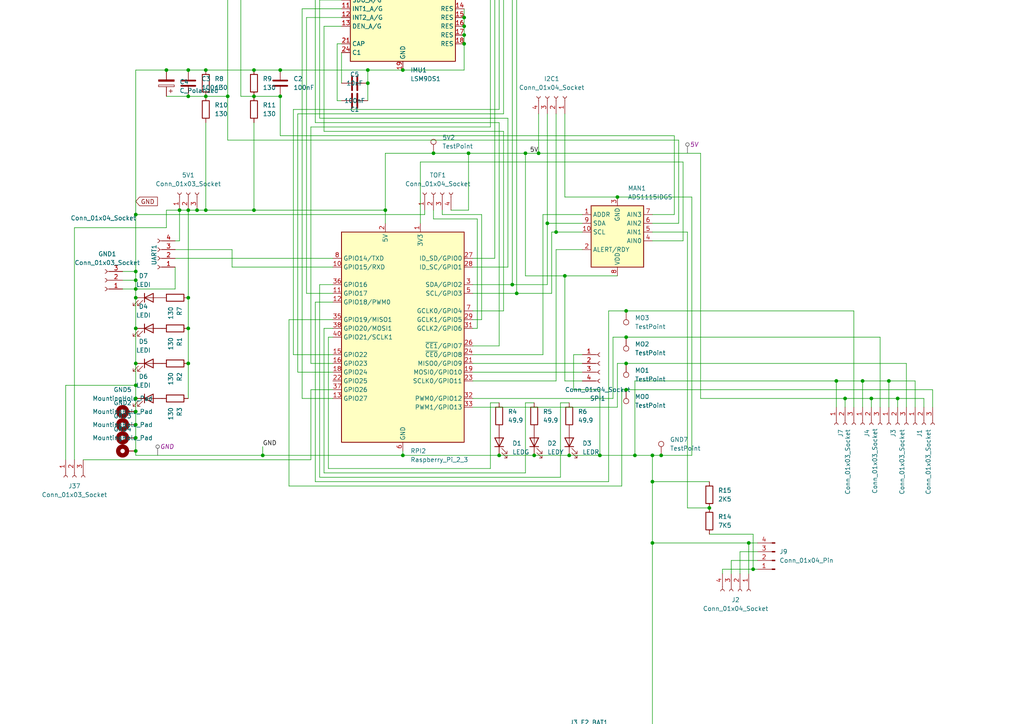
<source format=kicad_sch>
(kicad_sch (version 20231120) (generator "eeschema") (generator_version "8.0")
  (paper "A4")
  (junction (at 96.52 -10.16))
  (junction (at 39.37 123.19))
  (junction (at 81.28 20.32))
  (junction (at 97.79 -7.62))
  (junction (at 54.61 27.94))
  (junction (at 189.23 139.7))
  (junction (at 250.19 110.49))
  (junction (at 73.66 27.94))
  (junction (at 66.04 27.94))
  (junction (at 173.99 132.08))
  (junction (at 106.68 24.13))
  (junction (at 134.62 10.16))
  (junction (at 48.26 20.32))
  (junction (at 39.37 83.82))
  (junction (at 52.07 60.96))
  (junction (at 242.57 110.49))
  (junction (at 106.68 20.32))
  (junction (at 76.2 -21.59))
  (junction (at 205.74 147.32))
  (junction (at 111.76 60.96))
  (junction (at 181.61 105.41))
  (junction (at 39.37 111.76))
  (junction (at 163.83 80.01))
  (junction (at 57.15 60.96))
  (junction (at 39.37 115.57))
  (junction (at 135.89 44.45))
  (junction (at 245.11 115.57))
  (junction (at 54.61 60.96))
  (junction (at 189.23 245.11))
  (junction (at 191.77 132.08))
  (junction (at 59.69 60.96))
  (junction (at 186.69 223.52))
  (junction (at 76.2 132.08))
  (junction (at 189.23 226.06))
  (junction (at 116.84 132.08))
  (junction (at 186.69 215.9))
  (junction (at 54.61 105.41))
  (junction (at 39.37 130.81))
  (junction (at 156.21 44.45))
  (junction (at 54.61 95.25))
  (junction (at 116.84 20.32))
  (junction (at 181.61 113.03))
  (junction (at 54.61 86.36))
  (junction (at 39.37 81.28))
  (junction (at 39.37 95.25))
  (junction (at 39.37 78.74))
  (junction (at 134.62 12.7))
  (junction (at 217.17 157.48))
  (junction (at 39.37 127))
  (junction (at 186.69 232.41))
  (junction (at 189.23 157.48))
  (junction (at 39.37 119.38))
  (junction (at 81.28 27.94))
  (junction (at 125.73 44.45))
  (junction (at 158.75 64.77))
  (junction (at 186.69 242.57))
  (junction (at 76.2 -20.32))
  (junction (at 144.78 132.08))
  (junction (at 252.73 115.57))
  (junction (at 189.23 234.95))
  (junction (at 260.35 115.57))
  (junction (at 181.61 97.79))
  (junction (at 39.37 62.23))
  (junction (at 39.37 86.36))
  (junction (at 59.69 27.94))
  (junction (at 218.44 165.1))
  (junction (at 189.23 217.17))
  (junction (at 161.29 67.31))
  (junction (at 73.66 60.96))
  (junction (at 179.07 57.15))
  (junction (at 184.15 132.08))
  (junction (at 152.4 44.45))
  (junction (at 165.1 132.08))
  (junction (at 154.94 132.08))
  (junction (at 54.61 20.32))
  (junction (at 134.62 5.08))
  (junction (at 148.59 82.55))
  (junction (at 73.66 20.32))
  (junction (at 59.69 20.32))
  (junction (at 134.62 7.62))
  (junction (at 257.81 110.49))
  (junction (at 181.61 90.17))
  (junction (at 189.23 132.08))
  (junction (at 149.86 85.09))
  (junction (at 39.37 105.41))
  (wire (pts (xy 179.07 118.11) (xy 179.07 105.41)))
  (wire (pts (xy 147.32 34.29) (xy 147.32 77.47)))
  (wire (pts (xy 242.57 110.49) (xy 242.57 118.11)))
  (wire (pts (xy 92.71 138.43) (xy 162.56 138.43)))
  (wire (pts (xy 39.37 123.19) (xy 39.37 127)))
  (wire (pts (xy 250.19 110.49) (xy 257.81 110.49)))
  (wire (pts (xy 217.17 157.48) (xy 217.17 166.37)))
  (wire (pts (xy 189.23 217.17) (xy 189.23 226.06)))
  (wire (pts (xy 123.19 60.96) (xy 123.19 62.23)))
  (wire (pts (xy 257.81 110.49) (xy 265.43 110.49)))
  (wire (pts (xy 81.28 20.32) (xy 106.68 20.32)))
  (wire (pts (xy 163.83 80.01) (xy 163.83 110.49)))
  (wire (pts (xy 200.66 132.08) (xy 191.77 132.08)))
  (wire (pts (xy 163.83 33.02) (xy 163.83 57.15)))
  (wire (pts (xy 97.79 29.21) (xy 97.79 12.7)))
  (wire (pts (xy 218.44 165.1) (xy 218.44 154.94)))
  (wire (pts (xy 198.12 46.99) (xy 198.12 69.85)))
  (wire (pts (xy 161.29 72.39) (xy 161.29 110.49)))
  (wire (pts (xy 92.71 34.29) (xy 92.71 0)))
  (wire (pts (xy 158.75 33.02) (xy 158.75 64.77)))
  (wire (pts (xy 189.23 64.77) (xy 196.85 64.77)))
  (wire (pts (xy 116.84 132.08) (xy 116.84 130.81)))
  (wire (pts (xy 152.4 44.45) (xy 135.89 44.45)))
  (wire (pts (xy 137.16 92.71) (xy 139.7 92.71)))
  (wire (pts (xy 54.61 60.96) (xy 57.15 60.96)))
  (wire (pts (xy 137.16 115.57) (xy 177.8 115.57)))
  (wire (pts (xy 39.37 111.76) (xy 39.37 115.57)))
  (wire (pts (xy 270.51 113.03) (xy 181.61 113.03)))
  (wire (pts (xy 144.78 35.56) (xy 91.44 35.56)))
  (wire (pts (xy 260.35 115.57) (xy 260.35 118.11)))
  (wire (pts (xy 134.62 -10.16) (xy 146.05 -10.16)))
  (wire (pts (xy 142.24 36.83) (xy 142.24 -2.54)))
  (wire (pts (xy 245.11 115.57) (xy 203.2 115.57)))
  (wire (pts (xy 137.16 105.41) (xy 168.91 105.41)))
  (wire (pts (xy 186.69 232.41) (xy 175.26 232.41)))
  (wire (pts (xy 39.37 132.08) (xy 76.2 132.08)))
  (wire (pts (xy 198.12 69.85) (xy 189.23 69.85)))
  (wire (pts (xy 242.57 110.49) (xy 250.19 110.49)))
  (wire (pts (xy 160.02 67.31) (xy 160.02 85.09)))
  (wire (pts (xy 81.28 39.37) (xy 81.28 27.94)))
  (wire (pts (xy 59.69 20.32) (xy 73.66 20.32)))
  (wire (pts (xy 69.85 27.94) (xy 73.66 27.94)))
  (wire (pts (xy 137.16 74.93) (xy 143.51 74.93)))
  (wire (pts (xy 260.35 115.57) (xy 252.73 115.57)))
  (wire (pts (xy 175.26 223.52) (xy 186.69 223.52)))
  (wire (pts (xy 189.23 132.08) (xy 189.23 139.7)))
  (wire (pts (xy 137.16 90.17) (xy 146.05 90.17)))
  (wire (pts (xy 161.29 67.31) (xy 160.02 67.31)))
  (wire (pts (xy 267.97 115.57) (xy 267.97 118.11)))
  (wire (pts (xy 137.16 102.87) (xy 157.48 102.87)))
  (wire (pts (xy 96.52 105.41) (xy 90.17 105.41)))
  (wire (pts (xy 81.28 27.94) (xy 73.66 27.94)))
  (wire (pts (xy 39.37 20.32) (xy 48.26 20.32)))
  (wire (pts (xy 152.4 116.84) (xy 154.94 116.84)))
  (wire (pts (xy 39.37 132.08) (xy 39.37 130.81)))
  (wire (pts (xy 39.37 127) (xy 39.37 130.81)))
  (wire (pts (xy 209.55 165.1) (xy 209.55 166.37)))
  (wire (pts (xy 176.53 90.17) (xy 176.53 139.7)))
  (wire (pts (xy 21.59 133.35) (xy 21.59 66.04)))
  (wire (pts (xy 143.51 -7.62) (xy 134.62 -7.62)))
  (wire (pts (xy 198.12 46.99) (xy 121.92 46.99)))
  (wire (pts (xy 195.58 62.23) (xy 195.58 39.37)))
  (wire (pts (xy 257.81 110.49) (xy 257.81 118.11)))
  (wire (pts (xy 189.23 132.08) (xy 191.77 132.08)))
  (wire (pts (xy 125.73 63.5) (xy 138.43 63.5)))
  (wire (pts (xy 19.05 133.35) (xy 19.05 111.76)))
  (wire (pts (xy 52.07 60.96) (xy 52.07 69.85)))
  (wire (pts (xy 175.26 214.63) (xy 186.69 214.63)))
  (wire (pts (xy 134.62 12.7) (xy 134.62 20.32)))
  (wire (pts (xy 152.4 80.01) (xy 163.83 80.01)))
  (wire (pts (xy 143.51 -7.62) (xy 143.51 74.93)))
  (wire (pts (xy 99.06 7.62) (xy 93.98 7.62)))
  (wire (pts (xy 96.52 95.25) (xy 93.98 95.25)))
  (wire (pts (xy 52.07 60.96) (xy 54.61 60.96)))
  (wire (pts (xy 137.16 110.49) (xy 161.29 110.49)))
  (wire (pts (xy 189.23 245.11) (xy 189.23 254)))
  (wire (pts (xy 121.92 46.99) (xy 121.92 64.77)))
  (wire (pts (xy 180.34 140.97) (xy 180.34 113.03)))
  (wire (pts (xy 186.69 223.52) (xy 186.69 232.41)))
  (wire (pts (xy 35.56 81.28) (xy 39.37 81.28)))
  (wire (pts (xy 92.71 0) (xy 99.06 0)))
  (wire (pts (xy 48.26 66.04) (xy 48.26 60.96)))
  (wire (pts (xy 180.34 113.03) (xy 181.61 113.03)))
  (wire (pts (xy 134.62 10.16) (xy 134.62 12.7)))
  (wire (pts (xy 39.37 95.25) (xy 39.37 105.41)))
  (wire (pts (xy 90.17 36.83) (xy 142.24 36.83)))
  (wire (pts (xy 166.37 113.03) (xy 173.99 113.03)))
  (wire (pts (xy 189.23 245.11) (xy 175.26 245.11)))
  (wire (pts (xy 166.37 102.87) (xy 166.37 113.03)))
  (wire (pts (xy 212.09 162.56) (xy 212.09 166.37)))
  (wire (pts (xy 96.52 113.03) (xy 90.17 113.03)))
  (wire (pts (xy 270.51 113.03) (xy 270.51 118.11)))
  (wire (pts (xy 35.56 83.82) (xy 39.37 83.82)))
  (wire (pts (xy 66.04 -21.59) (xy 76.2 -21.59)))
  (wire (pts (xy 39.37 83.82) (xy 39.37 86.36)))
  (wire (pts (xy 96.52 -10.16) (xy 99.06 -10.16)))
  (wire (pts (xy 189.23 234.95) (xy 189.23 245.11)))
  (wire (pts (xy 99.06 29.21) (xy 97.79 29.21)))
  (wire (pts (xy 83.82 92.71) (xy 83.82 140.97)))
  (wire (pts (xy 139.7 62.23) (xy 139.7 92.71)))
  (wire (pts (xy 67.31 77.47) (xy 67.31 72.39)))
  (wire (pts (xy 96.52 97.79) (xy 95.25 97.79)))
  (wire (pts (xy 134.62 5.08) (xy 134.62 7.62)))
  (wire (pts (xy 184.15 110.49) (xy 242.57 110.49)))
  (wire (pts (xy 247.65 90.17) (xy 247.65 118.11)))
  (wire (pts (xy 73.66 20.32) (xy 81.28 20.32)))
  (wire (pts (xy 87.63 2.54) (xy 99.06 2.54)))
  (wire (pts (xy 87.63 115.57) (xy 96.52 115.57)))
  (wire (pts (xy 76.2 132.08) (xy 116.84 132.08)))
  (wire (pts (xy 67.31 72.39) (xy 50.8 72.39)))
  (wire (pts (xy 152.4 137.16) (xy 152.4 116.84)))
  (wire (pts (xy 267.97 115.57) (xy 260.35 115.57)))
  (wire (pts (xy 39.37 20.32) (xy 39.37 62.23)))
  (wire (pts (xy 48.26 20.32) (xy 54.61 20.32)))
  (wire (pts (xy 147.32 77.47) (xy 137.16 77.47)))
  (wire (pts (xy 189.23 254) (xy 175.26 254)))
  (wire (pts (xy 189.23 67.31) (xy 199.39 67.31)))
  (wire (pts (xy 147.32 34.29) (xy 92.71 34.29)))
  (wire (pts (xy 168.91 67.31) (xy 161.29 67.31)))
  (wire (pts (xy 157.48 102.87) (xy 157.48 62.23)))
  (wire (pts (xy 186.69 251.46) (xy 175.26 251.46)))
  (wire (pts (xy 39.37 62.23) (xy 123.19 62.23)))
  (wire (pts (xy 85.09 31.75) (xy 144.78 31.75)))
  (wire (pts (xy 91.44 35.56) (xy 91.44 -2.54)))
  (wire (pts (xy 163.83 80.01) (xy 179.07 80.01)))
  (wire (pts (xy 173.99 113.03) (xy 173.99 132.08)))
  (wire (pts (xy 69.85 -20.32) (xy 76.2 -20.32)))
  (wire (pts (xy 73.66 35.56) (xy 73.66 60.96)))
  (wire (pts (xy 76.2 -21.59) (xy 119.38 -21.59)))
  (wire (pts (xy 39.37 78.74) (xy 39.37 81.28)))
  (wire (pts (xy 76.2 -20.32) (xy 114.3 -20.32)))
  (wire (pts (xy 189.23 234.95) (xy 175.26 234.95)))
  (wire (pts (xy 111.76 60.96) (xy 111.76 64.77)))
  (wire (pts (xy 176.53 90.17) (xy 181.61 90.17)))
  (wire (pts (xy 66.04 40.64) (xy 196.85 40.64)))
  (wire (pts (xy 134.62 7.62) (xy 134.62 10.16)))
  (wire (pts (xy 128.27 62.23) (xy 139.7 62.23)))
  (wire (pts (xy 200.66 57.15) (xy 200.66 132.08)))
  (wire (pts (xy 50.8 69.85) (xy 52.07 69.85)))
  (wire (pts (xy 189.23 157.48) (xy 217.17 157.48)))
  (wire (pts (xy 97.79 12.7) (xy 99.06 12.7)))
  (wire (pts (xy 161.29 33.02) (xy 161.29 67.31)))
  (wire (pts (xy 119.38 -21.59) (xy 119.38 -20.32)))
  (wire (pts (xy 86.36 107.95) (xy 96.52 107.95)))
  (wire (pts (xy 96.52 74.93) (xy 50.8 74.93)))
  (wire (pts (xy 92.71 82.55) (xy 92.71 138.43)))
  (wire (pts (xy 163.83 57.15) (xy 179.07 57.15)))
  (wire (pts (xy 54.61 27.94) (xy 59.69 27.94)))
  (wire (pts (xy 209.55 165.1) (xy 218.44 165.1)))
  (wire (pts (xy 146.05 38.1) (xy 146.05 90.17)))
  (wire (pts (xy 177.8 115.57) (xy 177.8 97.79)))
  (wire (pts (xy 186.69 242.57) (xy 175.26 242.57)))
  (wire (pts (xy 149.86 85.09) (xy 137.16 85.09)))
  (wire (pts (xy 137.16 100.33) (xy 144.78 100.33)))
  (wire (pts (xy 85.09 102.87) (xy 96.52 102.87)))
  (wire (pts (xy 91.44 -2.54) (xy 99.06 -2.54)))
  (wire (pts (xy 96.52 87.63) (xy 91.44 87.63)))
  (wire (pts (xy 99.06 15.24) (xy 99.06 24.13)))
  (wire (pts (xy 93.98 95.25) (xy 93.98 137.16)))
  (wire (pts (xy 96.52 92.71) (xy 83.82 92.71)))
  (wire (pts (xy 66.04 27.94) (xy 66.04 40.64)))
  (wire (pts (xy 59.69 60.96) (xy 73.66 60.96)))
  (wire (pts (xy 125.73 44.45) (xy 111.76 44.45)))
  (wire (pts (xy 59.69 35.56) (xy 59.69 60.96)))
  (wire (pts (xy 144.78 35.56) (xy 144.78 100.33)))
  (wire (pts (xy 142.24 116.84) (xy 144.78 116.84)))
  (wire (pts (xy 111.76 44.45) (xy 111.76 60.96)))
  (wire (pts (xy 184.15 132.08) (xy 189.23 132.08)))
  (wire (pts (xy 96.52 -24.13) (xy 96.52 -10.16)))
  (wire (pts (xy 175.26 217.17) (xy 189.23 217.17)))
  (wire (pts (xy 157.48 62.23) (xy 168.91 62.23)))
  (wire (pts (xy 134.62 2.54) (xy 134.62 5.08)))
  (wire (pts (xy 54.61 60.96) (xy 54.61 86.36)))
  (wire (pts (xy 95.25 97.79) (xy 95.25 135.89)))
  (wire (pts (xy 166.37 102.87) (xy 168.91 102.87)))
  (wire (pts (xy 76.2 129.54) (xy 76.2 132.08)))
  (wire (pts (xy 39.37 86.36) (xy 39.37 95.25)))
  (wire (pts (xy 125.73 60.96) (xy 125.73 63.5)))
  (wire (pts (xy 219.71 165.1) (xy 218.44 165.1)))
  (wire (pts (xy 39.37 105.41) (xy 39.37 111.76)))
  (wire (pts (xy 39.37 115.57) (xy 39.37 119.38)))
  (wire (pts (xy 175.26 226.06) (xy 189.23 226.06)))
  (wire (pts (xy 66.04 27.94) (xy 66.04 -21.59)))
  (wire (pts (xy 179.07 57.15) (xy 200.66 57.15)))
  (wire (pts (xy 247.65 90.17) (xy 181.61 90.17)))
  (wire (pts (xy 48.26 60.96) (xy 52.07 60.96)))
  (wire (pts (xy 252.73 115.57) (xy 252.73 118.11)))
  (wire (pts (xy 138.43 95.25) (xy 138.43 63.5)))
  (wire (pts (xy 146.05 -10.16) (xy 146.05 33.02)))
  (wire (pts (xy 90.17 -10.16) (xy 96.52 -10.16)))
  (wire (pts (xy 196.85 40.64) (xy 196.85 64.77)))
  (wire (pts (xy 262.89 105.41) (xy 181.61 105.41)))
  (wire (pts (xy 54.61 95.25) (xy 54.61 105.41)))
  (wire (pts (xy 97.79 -22.86) (xy 97.79 -7.62)))
  (wire (pts (xy 173.99 132.08) (xy 184.15 132.08)))
  (wire (pts (xy 152.4 44.45) (xy 156.21 44.45)))
  (wire (pts (xy 85.09 31.75) (xy 85.09 102.87)))
  (wire (pts (xy 219.71 157.48) (xy 217.17 157.48)))
  (wire (pts (xy 50.8 77.47) (xy 50.8 83.82)))
  (wire (pts (xy 91.44 139.7) (xy 176.53 139.7)))
  (wire (pts (xy 93.98 38.1) (xy 146.05 38.1)))
  (wire (pts (xy 255.27 97.79) (xy 255.27 118.11)))
  (wire (pts (xy 57.15 60.96) (xy 59.69 60.96)))
  (wire (pts (xy 205.74 147.32) (xy 199.39 147.32)))
  (wire (pts (xy 54.61 86.36) (xy 54.61 95.25)))
  (wire (pts (xy 186.69 232.41) (xy 186.69 242.57)))
  (wire (pts (xy 162.56 116.84) (xy 165.1 116.84)))
  (wire (pts (xy 154.94 132.08) (xy 165.1 132.08)))
  (wire (pts (xy 54.61 20.32) (xy 59.69 20.32)))
  (wire (pts (xy 137.16 95.25) (xy 138.43 95.25)))
  (wire (pts (xy 189.23 215.9) (xy 186.69 215.9)))
  (wire (pts (xy 186.69 215.9) (xy 186.69 223.52)))
  (wire (pts (xy 19.05 111.76) (xy 39.37 111.76)))
  (wire (pts (xy 96.52 77.47) (xy 67.31 77.47)))
  (wire (pts (xy 87.63 2.54) (xy 87.63 115.57)))
  (wire (pts (xy 48.26 27.94) (xy 54.61 27.94)))
  (wire (pts (xy 168.91 64.77) (xy 158.75 64.77)))
  (wire (pts (xy 116.84 132.08) (xy 144.78 132.08)))
  (wire (pts (xy 39.37 119.38) (xy 39.37 123.19)))
  (wire (pts (xy 50.8 83.82) (xy 39.37 83.82)))
  (wire (pts (xy 189.23 139.7) (xy 189.23 157.48)))
  (wire (pts (xy 265.43 110.49) (xy 265.43 118.11)))
  (wire (pts (xy 255.27 97.79) (xy 181.61 97.79)))
  (wire (pts (xy 134.62 -5.08) (xy 144.78 -5.08)))
  (wire (pts (xy 161.29 72.39) (xy 168.91 72.39)))
  (wire (pts (xy 148.59 -22.86) (xy 148.59 82.55)))
  (wire (pts (xy 88.9 85.09) (xy 96.52 85.09)))
  (wire (pts (xy 152.4 80.01) (xy 152.4 44.45)))
  (wire (pts (xy 73.66 60.96) (xy 111.76 60.96)))
  (wire (pts (xy 66.04 27.94) (xy 59.69 27.94)))
  (wire (pts (xy 156.21 44.45) (xy 203.2 44.45)))
  (wire (pts (xy 95.25 135.89) (xy 142.24 135.89)))
  (wire (pts (xy 96.52 82.55) (xy 92.71 82.55)))
  (wire (pts (xy 86.36 107.95) (xy 86.36 33.02)))
  (wire (pts (xy 245.11 115.57) (xy 245.11 118.11)))
  (wire (pts (xy 148.59 -22.86) (xy 97.79 -22.86)))
  (wire (pts (xy 162.56 138.43) (xy 162.56 116.84)))
  (wire (pts (xy 54.61 105.41) (xy 54.61 115.57)))
  (wire (pts (xy 144.78 132.08) (xy 154.94 132.08)))
  (wire (pts (xy 262.89 105.41) (xy 262.89 118.11)))
  (wire (pts (xy 137.16 118.11) (xy 179.07 118.11)))
  (wire (pts (xy 137.16 107.95) (xy 168.91 107.95)))
  (wire (pts (xy 86.36 33.02) (xy 146.05 33.02)))
  (wire (pts (xy 149.86 -24.13) (xy 149.86 85.09)))
  (wire (pts (xy 189.23 226.06) (xy 189.23 234.95)))
  (wire (pts (xy 83.82 140.97) (xy 180.34 140.97)))
  (wire (pts (xy 142.24 -2.54) (xy 134.62 -2.54)))
  (wire (pts (xy 134.62 20.32) (xy 116.84 20.32)))
  (wire (pts (xy 88.9 5.08) (xy 88.9 85.09)))
  (wire (pts (xy 90.17 36.83) (xy 90.17 105.41)))
  (wire (pts (xy 219.71 162.56) (xy 212.09 162.56)))
  (wire (pts (xy 90.17 113.03) (xy 90.17 133.35)))
  (wire (pts (xy 189.23 157.48) (xy 189.23 215.9)))
  (wire (pts (xy 186.69 214.63) (xy 186.69 215.9)))
  (wire (pts (xy 93.98 7.62) (xy 93.98 38.1)))
  (wire (pts (xy 142.24 135.89) (xy 142.24 116.84)))
  (wire (pts (xy 24.13 133.35) (xy 90.17 133.35)))
  (wire (pts (xy 106.68 20.32) (xy 106.68 24.13)))
  (wire (pts (xy 69.85 -20.32) (xy 69.85 27.94)))
  (wire (pts (xy 195.58 39.37) (xy 81.28 39.37)))
  (wire (pts (xy 158.75 82.55) (xy 148.59 82.55)))
  (wire (pts (xy 135.89 60.96) (xy 135.89 44.45)))
  (wire (pts (xy 186.69 242.57) (xy 186.69 251.46)))
  (wire (pts (xy 250.19 110.49) (xy 250.19 118.11)))
  (wire (pts (xy 214.63 160.02) (xy 214.63 166.37)))
  (wire (pts (xy 135.89 44.45) (xy 125.73 44.45)))
  (wire (pts (xy 39.37 81.28) (xy 39.37 83.82)))
  (wire (pts (xy 218.44 154.94) (xy 205.74 154.94)))
  (wire (pts (xy 35.56 78.74) (xy 39.37 78.74)))
  (wire (pts (xy 149.86 -24.13) (xy 96.52 -24.13)))
  (wire (pts (xy 184.15 110.49) (xy 184.15 132.08)))
  (wire (pts (xy 130.81 60.96) (xy 135.89 60.96)))
  (wire (pts (xy 88.9 5.08) (xy 99.06 5.08)))
  (wire (pts (xy 163.83 110.49) (xy 168.91 110.49)))
  (wire (pts (xy 160.02 85.09) (xy 149.86 85.09)))
  (wire (pts (xy 21.59 66.04) (xy 48.26 66.04)))
  (wire (pts (xy 252.73 115.57) (xy 245.11 115.57)))
  (wire (pts (xy 156.21 33.02) (xy 156.21 44.45)))
  (wire (pts (xy 97.79 -7.62) (xy 99.06 -7.62)))
  (wire (pts (xy 106.68 20.32) (xy 116.84 20.32)))
  (wire (pts (xy 158.75 64.77) (xy 158.75 82.55)))
  (wire (pts (xy 39.37 62.23) (xy 39.37 78.74)))
  (wire (pts (xy 91.44 87.63) (xy 91.44 139.7)))
  (wire (pts (xy 128.27 60.96) (xy 128.27 62.23)))
  (wire (pts (xy 165.1 132.08) (xy 173.99 132.08)))
  (wire (pts (xy 106.68 24.13) (xy 106.68 29.21)))
  (wire (pts (xy 199.39 67.31) (xy 199.39 147.32)))
  (wire (pts (xy 177.8 97.79) (xy 181.61 97.79)))
  (wire (pts (xy 93.98 137.16) (xy 152.4 137.16)))
  (wire (pts (xy 189.23 139.7) (xy 205.74 139.7)))
  (wire (pts (xy 179.07 105.41) (xy 181.61 105.41)))
  (wire (pts (xy 219.71 160.02) (xy 214.63 160.02)))
  (wire (pts (xy 144.78 -5.08) (xy 144.78 31.75)))
  (wire (pts (xy 137.16 82.55) (xy 148.59 82.55)))
  (wire (pts (xy 203.2 44.45) (xy 203.2 115.57)))
  (wire (pts (xy 189.23 62.23) (xy 195.58 62.23)))
  (label "11.1" (at 180.34 217.17 0))
  (label "5V" (at 153.67 44.45 0))
  (label "GND" (at 76.2 129.54 0))
  (global_label "esc3" (shape input) (at 170.18 242.57 180) (property "Intersheetrefs" "${INTERSHEET_REFS}" (effects (hide yes))))
  (global_label "esc1" (shape input) (at 170.18 223.52 180) (property "Intersheetrefs" "${INTERSHEET_REFS}" (effects (hide yes))))
  (global_label "esc2" (shape input) (at 170.18 232.41 180) (property "Intersheetrefs" "${INTERSHEET_REFS}" (effects (hide yes))))
  (global_label "GND" (shape input) (at 39.37 58.42 0) (property "Intersheetrefs" "${INTERSHEET_REFS}" (effects (hide yes))))
  (global_label "battery" (shape input) (at 170.18 214.63 180) (property "Intersheetrefs" "${INTERSHEET_REFS}" (effects (hide yes))))
  (global_label "esc4" (shape input) (at 170.18 251.46 180) (property "Intersheetrefs" "${INTERSHEET_REFS}" (effects (hide yes))))
  (netclass_flag "" (length 2.54) (shape round) (at 199.39 44.45 0) (property "Netclass" "5V" (at 200.0885 41.91 0) (effects (font (italic yes)) (justify left))))
  (netclass_flag "" (length 2.54) (shape round) (at 180.34 226.06 180) (property "Netclass" "11.1" (at 181.0385 228.6 0) (effects (font (italic yes)) (justify left))))
  (netclass_flag "" (length 2.54) (shape round) (at 45.72 132.08 0) (property "Netclass" "GND" (at 46.4185 129.54 0) (effects (font (italic yes)) (justify left))))
  (symbol (lib_id "Connector:Conn_01x04_Pin") (at 224.79 162.56 180) (unit 1)
    (property "Reference" "J9" (at 226.06 160.0199 0) (effects (justify right)))
    (property "Value" "Conn_01x04_Pin" (at 226.06 162.5599 0) (effects (justify right)))
    (property "Footprint" "Connector_JST:JST_XH_B4B-XH-A_1x04_P2.50mm_Vertical" (effects (hide yes)))
    (property "Description" "Generic connector, single row, 01x04, script generated" (effects (hide yes)))
    (property "LCSC Part" "C18077835" (effects (hide yes)))
  )
  (symbol (lib_id "Connector:Conn_01x03_Socket") (at 30.48 81.28 180) (unit 1)
    (property "Reference" "GND1" (at 31.115 73.66 0))
    (property "Value" "Conn_01x03_Socket" (at 31.115 76.2 0))
    (property "Footprint" "Connector_PinHeader_2.54mm:PinHeader_1x03_P2.54mm_Vertical" (effects (hide yes)))
    (property "Description" "Generic connector, single row, 01x03, script generated" (effects (hide yes)))
    (property "LCSC Part" "C541850" (effects (hide yes)))
  )
  (symbol (lib_id "Device:LED") (at 154.94 128.27 90) (unit 1)
    (property "Reference" "D2" (at 158.75 128.5874 90) (effects (justify right)))
    (property "Value" "LEDY" (at 158.75 131.1274 90) (effects (justify right)))
    (property "Footprint" "LED_SMD:LED_0603_1608Metric" (effects (hide yes)))
    (property "Description" "Light emitting diode" (effects (hide yes)))
    (property "LCSC Part" "C965802" (effects (hide yes)))
  )
  (symbol (lib_id "Connector:Conn_01x02_Pin") (at 170.18 242.57 0) (unit 1)
    (property "Reference" "J4_M2_MOT2" (at 170.815 237.49 0))
    (property "Value" "Conn_01x02_Pin" (at 170.815 240.03 0))
    (property "Footprint" "Connector_AMASS:AMASS_XT60-F_1x02_P7.20mm_Vertical" (effects (hide yes)))
    (property "Description" "Generic connector, single row, 01x02, script generated" (effects (hide yes)))
    (property "LCSC Part" "C98734" (effects (hide yes)))
  )
  (symbol (lib_id "Device:C") (at 102.87 29.21 270) (unit 1)
    (property "Reference" "C5" (at 102.87 21.59 90))
    (property "Value" "10nF" (at 102.87 24.13 90))
    (property "Footprint" "Capacitor_SMD:C_0603_1608Metric_Pad1.08x0.95mm_HandSolder" (effects (hide yes)))
    (property "Description" "Unpolarized capacitor" (effects (hide yes)))
    (property "LCSC Part" "C519406" (effects (hide yes)))
  )
  (symbol (lib_id "Connector:Conn_01x03_Socket") (at 54.61 55.88 90) (unit 1)
    (property "Reference" "5V1" (at 54.61 50.8 90))
    (property "Value" "Conn_01x03_Socket" (at 54.61 53.34 90))
    (property "Footprint" "Connector_PinHeader_2.54mm:PinHeader_1x03_P2.54mm_Vertical" (effects (hide yes)))
    (property "Description" "Generic connector, single row, 01x03, script generated" (effects (hide yes)))
    (property "LCSC Part" "C541850" (effects (hide yes)))
  )
  (symbol (lib_id "Connector:TestPoint") (at 97.79 -7.62 90) (unit 1)
    (property "Reference" "SDA3" (at 94.488 -11.43 90))
    (property "Value" "TestPoint" (at 94.488 -8.89 90))
    (property "Footprint" "TestPoint:TestPoint_Pad_D1.0mm" (effects (hide yes)))
    (property "Description" "test point" (effects (hide yes)))
    (property "JLCPCB BOM" "0" (effects (hide yes)))
  )
  (symbol (lib_id "Device:C") (at 81.28 24.13 0) (unit 1)
    (property "Reference" "C2" (at 85.09 22.8599 0) (effects (justify left)))
    (property "Value" "100nF" (at 85.09 25.3999 0) (effects (justify left)))
    (property "Footprint" "Capacitor_SMD:C_0603_1608Metric_Pad1.08x0.95mm_HandSolder" (effects (hide yes)))
    (property "Description" "Unpolarized capacitor" (effects (hide yes)))
    (property "LCSC Part" "C66501" (effects (hide yes)))
  )
  (symbol (lib_id "Connector:Conn_01x04_Socket") (at 161.29 27.94 270) (mirror x) (unit 1)
    (property "Reference" "I2C1" (at 160.02 22.86 90))
    (property "Value" "Conn_01x04_Socket" (at 160.02 25.4 90))
    (property "Footprint" "Connector_PinHeader_2.54mm:PinHeader_1x04_P2.54mm_Vertical" (effects (hide yes)))
    (property "Description" "Generic connector, single row, 01x04, script generated" (effects (hide yes)))
    (property "JLCPCB BOM" "1" (effects (hide yes)))
    (property "LCSC Part" "C2718488" (effects (hide yes)))
  )
  (symbol (lib_id "Device:R") (at 165.1 120.65 0) (unit 1)
    (property "Reference" "R6" (at 167.64 119.3799 0) (effects (justify left)))
    (property "Value" "49.9" (at 167.64 121.9199 0) (effects (justify left)))
    (property "Footprint" "Resistor_SMD:R_0603_1608Metric" (effects (hide yes)))
    (property "Description" "Resistor" (effects (hide yes)))
    (property "LCSC Part" "C23185" (effects (hide yes)))
  )
  (symbol (lib_id "Connector:Conn_01x04_Socket") (at 173.99 105.41 0) (unit 1)
    (property "Reference" "SPI1" (at 173.355 115.57 0))
    (property "Value" "Conn_01x04_Socket" (at 173.355 113.03 0))
    (property "Footprint" "Connector_PinHeader_2.54mm:PinHeader_1x04_P2.54mm_Vertical" (effects (hide yes)))
    (property "Description" "Generic connector, single row, 01x04, script generated" (effects (hide yes)))
    (property "JLCPCB BOM" "1" (effects (hide yes)))
    (property "LCSC Part" "C2718488" (effects (hide yes)))
  )
  (symbol (lib_id "Device:LED") (at 144.78 128.27 90) (unit 1)
    (property "Reference" "D1" (at 148.59 128.5874 90) (effects (justify right)))
    (property "Value" "LEDG" (at 148.59 131.1274 90) (effects (justify right)))
    (property "Footprint" "LED_SMD:LED_0603_1608Metric" (effects (hide yes)))
    (property "Description" "Light emitting diode" (effects (hide yes)))
    (property "LCSC Part" "C965806" (effects (hide yes)))
  )
  (symbol (lib_id "Device:LED") (at 165.1 128.27 90) (unit 1)
    (property "Reference" "D3" (at 168.91 128.5874 90) (effects (justify right)))
    (property "Value" "LEDR" (at 168.91 131.1274 90) (effects (justify right)))
    (property "Footprint" "LED_SMD:LED_0603_1608Metric" (effects (hide yes)))
    (property "Description" "Light emitting diode" (effects (hide yes)))
    (property "LCSC Part" "C965798" (effects (hide yes)))
  )
  (symbol (lib_id "Connector:TestPoint") (at 181.61 113.03 180) (unit 1)
    (property "Reference" "MO0" (at 184.15 115.0619 0) (effects (justify right)))
    (property "Value" "TestPoint" (at 184.15 117.6019 0) (effects (justify right)))
    (property "Footprint" "TestPoint:TestPoint_Pad_D1.0mm" (effects (hide yes)))
    (property "Description" "test point" (effects (hide yes)))
    (property "JLCPCB BOM" "0" (effects (hide yes)))
  )
  (symbol (lib_id "Connector:Conn_01x04_Socket") (at 214.63 171.45 270) (unit 1)
    (property "Reference" "J2" (at 213.36 173.99 90))
    (property "Value" "Conn_01x04_Socket" (at 213.36 176.53 90))
    (property "Footprint" "Connector_PinSocket_2.54mm:PinSocket_1x04_P2.54mm_Vertical" (effects (hide yes)))
    (property "Description" "Generic connector, single row, 01x04, script generated" (effects (hide yes)))
    (property "LCSC Part" "C2718488" (effects (hide yes)))
  )
  (symbol (lib_id "Device:R") (at 50.8 105.41 270) (unit 1)
    (property "Reference" "R2" (at 52.0701 107.95 0) (effects (justify left)))
    (property "Value" "130" (at 49.5301 107.95 0) (effects (justify left)))
    (property "Footprint" "Resistor_SMD:R_0603_1608Metric" (effects (hide yes)))
    (property "Description" "Resistor" (effects (hide yes)))
    (property "LCSC Part" "C22796" (effects (hide yes)))
  )
  (symbol (lib_id "Connector:TestPoint") (at 189.23 217.17 270) (unit 1)
    (property "Reference" "BAT1" (at 194.31 215.8999 90) (effects (justify left)))
    (property "Value" "TestPoint" (effects (hide yes)))
    (property "Footprint" "TestPoint:TestPoint_Pad_D1.0mm" (effects (hide yes)))
    (property "Description" "test point" (effects (hide yes)))
    (property "JLCPCB BOM" "0" (effects (hide yes)))
  )
  (symbol (lib_id "Device:R") (at 50.8 86.36 270) (unit 1)
    (property "Reference" "R7" (at 52.0701 88.9 0) (effects (justify left)))
    (property "Value" "130" (at 49.5301 88.9 0) (effects (justify left)))
    (property "Footprint" "Resistor_SMD:R_0603_1608Metric" (effects (hide yes)))
    (property "Description" "Resistor" (effects (hide yes)))
    (property "LCSC Part" "C22796" (effects (hide yes)))
  )
  (symbol (lib_id "Connector:Conn_01x04_Socket") (at 125.73 55.88 90) (unit 1)
    (property "Reference" "TOF1" (at 127 50.8 90))
    (property "Value" "Conn_01x04_Socket" (at 127 53.34 90))
    (property "Footprint" "Connector_PinHeader_2.54mm:PinHeader_1x04_P2.54mm_Vertical" (effects (hide yes)))
    (property "Description" "Generic connector, single row, 01x04, script generated" (effects (hide yes)))
    (property "JLCPCB BOM" "0" (effects (hide yes)))
  )
  (symbol (lib_id "Connector:Conn_01x02_Pin") (at 170.18 232.41 0) (unit 1)
    (property "Reference" "J4_M1_MOT1" (at 170.815 227.33 0))
    (property "Value" "Conn_01x02_Pin" (at 170.815 229.87 0))
    (property "Footprint" "Connector_AMASS:AMASS_XT60-F_1x02_P7.20mm_Vertical" (effects (hide yes)))
    (property "Description" "Generic connector, single row, 01x02, script generated" (effects (hide yes)))
    (property "LCSC Part" "C98734" (effects (hide yes)))
  )
  (symbol (lib_id "Connector:TestPoint") (at 90.17 -10.16 90) (unit 1)
    (property "Reference" "SCL1" (at 86.868 -13.97 90))
    (property "Value" "TestPoint" (at 86.868 -11.43 90))
    (property "Footprint" "TestPoint:TestPoint_Pad_D1.0mm" (effects (hide yes)))
    (property "Description" "test point" (effects (hide yes)))
    (property "JLCPCB BOM" "0" (effects (hide yes)))
  )
  (symbol (lib_id "Device:R") (at 73.66 24.13 0) (unit 1)
    (property "Reference" "R9" (at 76.2 22.8599 0) (effects (justify left)))
    (property "Value" "130" (at 76.2 25.3999 0) (effects (justify left)))
    (property "Footprint" "Resistor_SMD:R_0603_1608Metric" (effects (hide yes)))
    (property "Description" "Resistor" (effects (hide yes)))
    (property "LCSC Part" "C22796" (effects (hide yes)))
  )
  (symbol (lib_id "Device:R") (at 144.78 120.65 0) (unit 1)
    (property "Reference" "R4" (at 147.32 119.3799 0) (effects (justify left)))
    (property "Value" "49.9" (at 147.32 121.9199 0) (effects (justify left)))
    (property "Footprint" "Resistor_SMD:R_0603_1608Metric" (effects (hide yes)))
    (property "Description" "Resistor" (effects (hide yes)))
    (property "LCSC Part" "C23185" (effects (hide yes)))
    (property "JLCPCB BOM" "0 ou 1" (effects (hide yes)))
  )
  (symbol (lib_id "Mechanical:MountingHole_Pad") (at 36.83 127 90) (unit 1) (exclude_from_sim yes) (in_bom no)
    (property "Reference" "GND3" (at 35.56 120.65 90))
    (property "Value" "MountingHole_Pad" (at 35.56 123.19 90))
    (property "Footprint" "MountingHole:MountingHole_3.2mm_M3_Pad_Via" (effects (hide yes)))
    (property "Description" "Mounting Hole with connection" (effects (hide yes)))
    (property "JLCPCB BOM" "0" (effects (hide yes)))
  )
  (symbol (lib_id "Device:LED") (at 43.18 95.25 0) (unit 1)
    (property "Reference" "D4" (at 41.5925 88.9 0))
    (property "Value" "LEDI" (at 41.5925 91.44 0))
    (property "Footprint" "LED_SMD:LED_0603_1608Metric" (effects (hide yes)))
    (property "Description" "Light emitting diode" (effects (hide yes)))
    (property "LCSC Part" "C412284" (effects (hide yes)))
  )
  (symbol (lib_id "Connector:Conn_01x02_Pin") (at 170.18 223.52 0) (unit 1)
    (property "Reference" "J4_M0_MOT0" (at 170.815 218.44 0))
    (property "Value" "Conn_01x02_Pin" (at 170.815 220.98 0))
    (property "Footprint" "Connector_AMASS:AMASS_XT60-F_1x02_P7.20mm_Vertical" (effects (hide yes)))
    (property "Description" "Generic connector, single row, 01x02, script generated" (effects (hide yes)))
    (property "LCSC Part" "C98734" (effects (hide yes)))
  )
  (symbol (lib_id "Device:LED") (at 43.18 105.41 0) (unit 1)
    (property "Reference" "D5" (at 41.5925 99.06 0))
    (property "Value" "LEDI" (at 41.5925 101.6 0))
    (property "Footprint" "LED_SMD:LED_0603_1608Metric" (effects (hide yes)))
    (property "Description" "Light emitting diode" (effects (hide yes)))
    (property "LCSC Part" "C412284" (effects (hide yes)))
  )
  (symbol (lib_id "Connector:TestPoint") (at 76.2 -20.32 180) (unit 1)
    (property "Reference" "VDDIO1" (at 73.66 -15.7479 0) (effects (justify left)))
    (property "Value" "TestPoint" (at 73.66 -18.2879 0) (effects (justify left)))
    (property "Footprint" "TestPoint:TestPoint_Pad_D1.0mm" (effects (hide yes)))
    (property "Description" "test point" (effects (hide yes)))
    (property "JLCPCB BOM" "0" (effects (hide yes)))
  )
  (symbol (lib_id "Connector:Conn_01x03_Socket") (at 245.11 123.19 90) (mirror x) (unit 1)
    (property "Reference" "J7" (at 243.8399 124.46 0) (effects (justify left)))
    (property "Value" "Conn_01x03_Socket" (at 245.872 124.46 0) (effects (justify left)))
    (property "Footprint" "Connector_PinHeader_2.54mm:PinHeader_1x03_P2.54mm_Vertical" (effects (hide yes)))
    (property "Description" "Generic connector, single row, 01x03, script generated" (effects (hide yes)))
    (property "LCSC Part" "C49257" (effects (hide yes)))
  )
  (symbol (lib_id "Device:LED") (at 43.18 86.36 0) (unit 1)
    (property "Reference" "D7" (at 41.5925 80.01 0))
    (property "Value" "LEDI" (at 41.5925 82.55 0))
    (property "Footprint" "LED_SMD:LED_0603_1608Metric" (effects (hide yes)))
    (property "Description" "Light emitting diode" (effects (hide yes)))
    (property "LCSC Part" "C412284" (effects (hide yes)))
  )
  (symbol (lib_id "Mechanical:MountingHole_Pad") (at 36.83 119.38 90) (unit 1) (exclude_from_sim yes) (in_bom no)
    (property "Reference" "GND5" (at 35.56 113.03 90))
    (property "Value" "MountingHole_Pad" (at 35.56 115.57 90))
    (property "Footprint" "MountingHole:MountingHole_3.2mm_M3_Pad_Via" (effects (hide yes)))
    (property "Description" "Mounting Hole with connection" (effects (hide yes)))
    (property "JLCPCB BOM" "0" (effects (hide yes)))
  )
  (symbol (lib_id "Connector:TestPoint") (at 125.73 44.45 0) (unit 1)
    (property "Reference" "5V2" (at 128.27 39.8779 0) (effects (justify left)))
    (property "Value" "TestPoint" (at 128.27 42.4179 0) (effects (justify left)))
    (property "Footprint" "TestPoint:TestPoint_Pad_D1.0mm" (effects (hide yes)))
    (property "Description" "test point" (effects (hide yes)))
    (property "JLCPCB BOM" "0" (effects (hide yes)))
  )
  (symbol (lib_id "Analog_ADC:ADS1115IDGS") (at 179.07 67.31 180) (unit 1)
    (property "Reference" "MAN1" (at 182.0865 54.61 0) (effects (justify right)))
    (property "Value" "ADS1115IDGS" (at 182.0865 57.15 0) (effects (justify right)))
    (property "Footprint" "Package_SO:TSSOP-10_3x3mm_P0.5mm" (effects (hide yes)))
    (property "Datasheet" "http://www.ti.com/lit/ds/symlink/ads1113.pdf" (effects (hide yes)))
    (property "Description" "Ultra-Small, Low-Power, I2C-Compatible, 860-SPS, 16-Bit ADCs With Internal Reference, Oscillator, and Programmable Comparator, VSSOP-10" (effects (hide yes)))
    (property "LCSC Part" "C37593" (effects (hide yes)))
  )
  (symbol (lib_id "Device:R") (at 50.8 95.25 270) (unit 1)
    (property "Reference" "R1" (at 52.0701 97.79 0) (effects (justify left)))
    (property "Value" "130" (at 49.5301 97.79 0) (effects (justify left)))
    (property "Footprint" "Resistor_SMD:R_0603_1608Metric" (effects (hide yes)))
    (property "Description" "Resistor" (effects (hide yes)))
    (property "LCSC Part" "C22796" (effects (hide yes)))
  )
  (symbol (lib_id "Connector:TestPoint") (at 181.61 90.17 180) (unit 1)
    (property "Reference" "MO3" (at 184.15 92.2019 0) (effects (justify right)))
    (property "Value" "TestPoint" (at 184.15 94.7419 0) (effects (justify right)))
    (property "Footprint" "TestPoint:TestPoint_Pad_D1.0mm" (effects (hide yes)))
    (property "Description" "test point" (effects (hide yes)))
    (property "JLCPCB BOM" "0" (effects (hide yes)))
  )
  (symbol (lib_id "Mechanical:MountingHole_Pad") (at 36.83 130.81 90) (unit 1) (exclude_from_sim yes) (in_bom no)
    (property "Reference" "GND4" (at 35.56 124.46 90))
    (property "Value" "MountingHole_Pad" (at 35.56 127 90))
    (property "Footprint" "MountingHole:MountingHole_3.2mm_M3_Pad_Via" (effects (hide yes)))
    (property "Description" "Mounting Hole with connection" (effects (hide yes)))
    (property "JLCPCB BOM" "0" (effects (hide yes)))
  )
  (symbol (lib_id "Device:R") (at 73.66 31.75 0) (unit 1)
    (property "Reference" "R11" (at 76.2 30.4799 0) (effects (justify left)))
    (property "Value" "130" (at 76.2 33.0199 0) (effects (justify left)))
    (property "Footprint" "Resistor_SMD:R_0603_1608Metric" (effects (hide yes)))
    (property "Description" "Resistor" (effects (hide yes)))
    (property "LCSC Part" "C22796" (effects (hide yes)))
  )
  (symbol (lib_id "Connector:Conn_01x03_Socket") (at 252.73 123.19 90) (mirror x) (unit 1)
    (property "Reference" "J4" (at 251.4599 124.46 0) (effects (justify left)))
    (property "Value" "Conn_01x03_Socket" (at 253.746 124.206 0) (effects (justify left)))
    (property "Footprint" "Connector_PinHeader_2.54mm:PinHeader_1x03_P2.54mm_Vertical" (effects (hide yes)))
    (property "Description" "Generic connector, single row, 01x03, script generated" (effects (hide yes)))
    (property "LCSC Part" "C49257" (effects (hide yes)))
  )
  (symbol (lib_id "Connector:Conn_01x03_Socket") (at 260.35 123.19 90) (mirror x) (unit 1)
    (property "Reference" "J3" (at 259.0799 124.46 0) (effects (justify left)))
    (property "Value" "Conn_01x03_Socket" (at 261.6199 124.46 0) (effects (justify left)))
    (property "Footprint" "Connector_PinHeader_2.54mm:PinHeader_1x03_P2.54mm_Vertical" (effects (hide yes)))
    (property "Description" "Generic connector, single row, 01x03, script generated" (effects (hide yes)))
    (property "LCSC Part" "C49257" (effects (hide yes)))
  )
  (symbol (lib_id "Device:R") (at 205.74 151.13 0) (unit 1)
    (property "Reference" "R14" (at 208.28 149.8599 0) (effects (justify left)))
    (property "Value" "7K5" (at 208.28 152.3999 0) (effects (justify left)))
    (property "Footprint" "Resistor_SMD:R_0603_1608Metric" (effects (hide yes)))
    (property "Description" "Resistor" (effects (hide yes)))
    (property "LCSC Part" "C728597" (effects (hide yes)))
    (property "JLCPCB BOM" "0 ou 1" (effects (hide yes)))
  )
  (symbol (lib_id "Device:R") (at 59.69 24.13 0) (unit 1)
    (property "Reference" "R8" (at 62.23 22.8599 0) (effects (justify left)))
    (property "Value" "130" (at 62.23 25.3999 0) (effects (justify left)))
    (property "Footprint" "Resistor_SMD:R_0603_1608Metric" (effects (hide yes)))
    (property "Description" "Resistor" (effects (hide yes)))
    (property "LCSC Part" "C22796" (effects (hide yes)))
  )
  (symbol (lib_id "Connector:TestPoint") (at 181.61 97.79 180) (unit 1)
    (property "Reference" "MO2" (at 184.15 99.8219 0) (effects (justify right)))
    (property "Value" "TestPoint" (at 184.15 102.3619 0) (effects (justify right)))
    (property "Footprint" "TestPoint:TestPoint_Pad_D1.0mm" (effects (hide yes)))
    (property "Description" "test point" (effects (hide yes)))
    (property "JLCPCB BOM" "0" (effects (hide yes)))
  )
  (symbol (lib_id "Connector:Conn_01x03_Socket") (at 21.59 138.43 90) (mirror x) (unit 1)
    (property "Reference" "J37" (at 21.59 140.97 90))
    (property "Value" "Conn_01x03_Socket" (at 21.59 143.51 90))
    (property "Footprint" "Connector_PinHeader_2.54mm:PinHeader_1x03_P2.54mm_Vertical" (effects (hide yes)))
    (property "Description" "Generic connector, single row, 01x03, script generated" (effects (hide yes)))
    (property "LCSC Part" "C541850" (effects (hide yes)))
  )
  (symbol (lib_id "Connector:Raspberry_Pi_2_3") (at 116.84 97.79 0) (unit 1)
    (property "Reference" "RPI2" (at 119.0341 130.81 0) (effects (justify left)))
    (property "Value" "Raspberry_Pi_2_3" (at 119.0341 133.35 0) (effects (justify left)))
    (property "Footprint" "Module:Raspberry_Pi_Zero_Socketed_THT_FaceDown_MountingHoles" (effects (hide yes)))
    (property "Datasheet" "https://www.raspberrypi.org/documentation/hardware/raspberrypi/schematics/rpi_SCH_3bplus_1p0_reduced.pdf" (effects (hide yes)))
    (property "Description" "expansion header for Raspberry Pi 2 & 3" (effects (hide yes)))
    (property "JLCPCB BOM" "1" (effects (hide yes)))
    (property "LCSC Part" "C2977589" (effects (hide yes)))
  )
  (symbol (lib_id "Connector:TestPoint") (at 76.2 -21.59 0) (unit 1)
    (property "Reference" "VDD1" (at 78.74 -26.1621 0) (effects (justify left)))
    (property "Value" "TestPoint" (at 78.74 -23.6221 0) (effects (justify left)))
    (property "Footprint" "TestPoint:TestPoint_Pad_D1.0mm" (effects (hide yes)))
    (property "Description" "test point" (effects (hide yes)))
    (property "JLCPCB BOM" "0" (effects (hide yes)))
  )
  (symbol (lib_id "Device:LED") (at 43.18 115.57 0) (unit 1)
    (property "Reference" "D6" (at 41.5925 109.22 0))
    (property "Value" "LEDI" (at 41.5925 111.76 0))
    (property "Footprint" "LED_SMD:LED_0603_1608Metric" (effects (hide yes)))
    (property "Description" "Light emitting diode" (effects (hide yes)))
    (property "LCSC Part" "C412284" (effects (hide yes)))
  )
  (symbol (lib_id "Device:C_Polarized") (at 48.26 24.13 180) (unit 1)
    (property "Reference" "C4" (at 52.07 23.7489 0) (effects (justify right)))
    (property "Value" "C_Polarized" (at 52.07 26.2889 0) (effects (justify right)))
    (property "Footprint" "Capacitor_SMD:CP_Elec_4x5.4" (effects (hide yes)))
    (property "Description" "Polarized capacitor" (effects (hide yes)))
    (property "LCSC Part" "C72483" (effects (hide yes)))
  )
  (symbol (lib_id "Device:R") (at 59.69 31.75 0) (unit 1)
    (property "Reference" "R10" (at 62.23 30.4799 0) (effects (justify left)))
    (property "Value" "130" (at 62.23 33.0199 0) (effects (justify left)))
    (property "Footprint" "Resistor_SMD:R_0603_1608Metric" (effects (hide yes)))
    (property "Description" "Resistor" (effects (hide yes)))
    (property "LCSC Part" "C22796" (effects (hide yes)))
  )
  (symbol (lib_id "Device:R") (at 50.8 115.57 270) (unit 1)
    (property "Reference" "R3" (at 52.0701 118.11 0) (effects (justify left)))
    (property "Value" "130" (at 49.5301 118.11 0) (effects (justify left)))
    (property "Footprint" "Resistor_SMD:R_0603_1608Metric" (effects (hide yes)))
    (property "Description" "Resistor" (effects (hide yes)))
    (property "LCSC Part" "C22796" (effects (hide yes)))
  )
  (symbol (lib_id "Connector:TestPoint") (at 181.61 105.41 180) (unit 1)
    (property "Reference" "MO1" (at 184.15 107.4419 0) (effects (justify right)))
    (property "Value" "TestPoint" (at 184.15 109.9819 0) (effects (justify right)))
    (property "Footprint" "TestPoint:TestPoint_Pad_D1.0mm" (effects (hide yes)))
    (property "Description" "test point" (effects (hide yes)))
    (property "JLCPCB BOM" "0" (effects (hide yes)))
  )
  (symbol (lib_id "Connector:Conn_01x03_Socket") (at 267.97 123.19 90) (mirror x) (unit 1)
    (property "Reference" "J1" (at 266.6999 124.46 0) (effects (justify left)))
    (property "Value" "Conn_01x03_Socket" (at 269.2399 124.46 0) (effects (justify left)))
    (property "Footprint" "Connector_PinHeader_2.54mm:PinHeader_1x03_P2.54mm_Vertical" (effects (hide yes)))
    (property "Description" "Generic connector, single row, 01x03, script generated" (effects (hide yes)))
    (property "LCSC Part" "C49257" (effects (hide yes)))
  )
  (symbol (lib_id "Device:R") (at 154.94 120.65 0) (unit 1)
    (property "Reference" "R5" (at 157.48 119.3799 0) (effects (justify left)))
    (property "Value" "49.9" (at 157.48 121.9199 0) (effects (justify left)))
    (property "Footprint" "Resistor_SMD:R_0603_1608Metric" (effects (hide yes)))
    (property "Description" "Resistor" (effects (hide yes)))
    (property "LCSC Part" "C23185" (effects (hide yes)))
  )
  (symbol (lib_id "Mechanical:MountingHole_Pad") (at 36.83 123.19 90) (unit 1) (exclude_from_sim yes) (in_bom no)
    (property "Reference" "GND2" (at 35.56 116.84 90))
    (property "Value" "MountingHole_Pad" (at 35.56 119.38 90))
    (property "Footprint" "MountingHole:MountingHole_3.2mm_M3_Pad_Via" (effects (hide yes)))
    (property "Description" "Mounting Hole with connection" (effects (hide yes)))
    (property "JLCPCB BOM" "0" (effects (hide yes)))
  )
  (symbol (lib_id "Connector:TestPoint") (at 191.77 132.08 0) (unit 1)
    (property "Reference" "GND7" (at 194.31 127.5079 0) (effects (justify left)))
    (property "Value" "TestPoint" (at 194.31 130.0479 0) (effects (justify left)))
    (property "Footprint" "TestPoint:TestPoint_Pad_D1.0mm" (effects (hide yes)))
    (property "Description" "test point" (effects (hide yes)))
    (property "JLCPCB BOM" "0" (effects (hide yes)))
  )
  (symbol (lib_id "Connector:Conn_01x04_Socket") (at 45.72 74.93 180) (unit 1)
    (property "Reference" "UART1" (at 44.704 73.914 90))
    (property "Value" "Conn_01x04_Socket" (at 29.972 63.246 0))
    (property "Footprint" "Connector_PinHeader_2.54mm:PinHeader_1x04_P2.54mm_Vertical" (effects (hide yes)))
    (property "Description" "Generic connector, single row, 01x04, script generated" (effects (hide yes)))
    (property "JLCPCB BOM" "1" (effects (hide yes)))
    (property "LCSC Part" "C2718488" (effects (hide yes)))
  )
  (symbol (lib_id "Connector:Conn_01x02_Pin") (at 170.18 251.46 0) (unit 1)
    (property "Reference" "J4_M3_MOT3" (at 170.815 246.38 0))
    (property "Value" "Conn_01x02_Pin" (at 170.815 248.92 0))
    (property "Footprint" "Connector_AMASS:AMASS_XT60-F_1x02_P7.20mm_Vertical" (effects (hide yes)))
    (property "Description" "Generic connector, single row, 01x02, script generated" (effects (hide yes)))
    (property "LCSC Part" "C98734" (effects (hide yes)))
  )
  (symbol (lib_id "Sensor_Motion:LSM9DS1") (at 116.84 0 0) (unit 1)
    (property "Reference" "IMU1" (at 119.0341 20.32 0) (effects (justify left)))
    (property "Value" "LSM9DS1" (at 119.0341 22.86 0) (effects (justify left)))
    (property "Footprint" "Package_LGA:LGA-24L_3x3.5mm_P0.43mm" (effects (hide yes)))
    (property "Datasheet" "https://www.digikey.com/htmldatasheets/production/1639232/0/0/1/LSM9DS1-Datasheet.pdf" (effects (hide yes)))
    (property "Description" "I2C SPI 9 axis IMU accelerometer gyroscope magnetometer" (effects (hide yes)))
    (property "LCSC Part" "C2655096" (effects (hide yes)))
  )
  (symbol (lib_name "Conn_01x02_Pin_1") (lib_id "Connector:Conn_01x02_Pin") (at 170.18 214.63 0) (unit 1)
    (property "Reference" "J3_F2_BAT1" (at 170.815 209.55 0))
    (property "Value" "Conn_01x02_Pin" (at 170.815 212.09 0))
    (property "Footprint" "Connector_AMASS:AMASS_XT60-F_1x02_P7.20mm_Vertical" (effects (hide yes)))
    (property "Description" "Generic connector, single row, 01x02, script generated" (effects (hide yes)))
    (property "LCSC Part" "C98733" (effects (hide yes)))
  )
  (symbol (lib_id "Device:C") (at 102.87 24.13 270) (unit 1)
    (property "Reference" "C1" (at 102.87 31.75 90))
    (property "Value" "100nF" (at 102.87 29.21 90))
    (property "Footprint" "Capacitor_SMD:C_0603_1608Metric_Pad1.08x0.95mm_HandSolder" (effects (hide yes)))
    (property "Description" "Unpolarized capacitor" (effects (hide yes)))
    (property "LCSC Part" "C66501" (effects (hide yes)))
  )
  (symbol (lib_id "Device:R") (at 205.74 143.51 0) (unit 1)
    (property "Reference" "R15" (at 208.28 142.2399 0) (effects (justify left)))
    (property "Value" "2K5" (at 208.28 144.7799 0) (effects (justify left)))
    (property "Footprint" "Resistor_SMD:R_0603_1608Metric" (effects (hide yes)))
    (property "Description" "Resistor" (effects (hide yes)))
    (property "LCSC Part" "C304065" (effects (hide yes)))
    (property "JLCPCB BOM" "0 ou 1" (effects (hide yes)))
  )
  (symbol (lib_id "Device:C") (at 54.61 24.13 0) (unit 1)
    (property "Reference" "C3" (at 58.42 22.8599 0) (effects (justify left)))
    (property "Value" "100nF" (at 58.42 25.3999 0) (effects (justify left)))
    (property "Footprint" "Capacitor_SMD:C_0603_1608Metric_Pad1.08x0.95mm_HandSolder" (effects (hide yes)))
    (property "Description" "Unpolarized capacitor" (effects (hide yes)))
    (property "LCSC Part" "C66501" (effects (hide yes)))
  )
)
</source>
